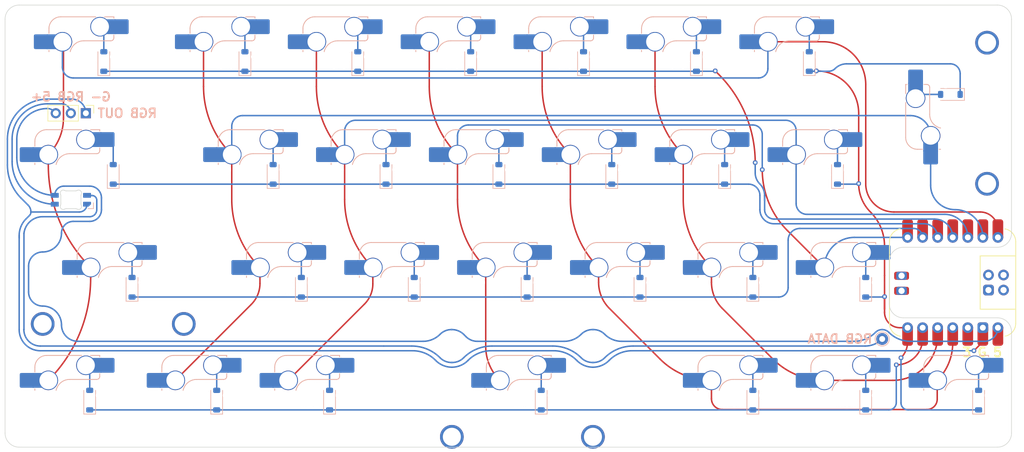
<source format=kicad_pcb>
(kicad_pcb (version 20221018) (generator pcbnew)
  (layers (0 "F.Cu" signal) (31 "B.Cu" signal) (34 "B.Paste" user) (35 "F.Paste" user) (36 "B.SilkS" user "B.Silkscreen") (37 "F.SilkS" user "F.Silkscreen") (38 "B.Mask" user) (39 "F.Mask" user) (44 "Edge.Cuts" user))
  (net 0 "")
  (net 1 "Net-(D1-A)")
  (net 2 "Net-(D2-A)")
  (net 3 "Net-(D3-A)")
  (net 4 "Net-(D4-A)")
  (net 5 "Net-(D5-A)")
  (net 6 "Net-(D6-A)")
  (net 7 "Net-(D7-A)")
  (net 8 "Net-(D8-A)")
  (net 9 "Net-(D9-A)")
  (net 10 "Net-(D10-A)")
  (net 11 "Net-(D11-A)")
  (net 12 "Net-(D12-A)")
  (net 13 "Net-(D13-A)")
  (net 14 "Net-(D14-A)")
  (net 15 "Net-(D15-A)")
  (net 16 "Net-(D16-A)")
  (net 17 "Net-(D17-A)")
  (net 18 "Net-(D18-A)")
  (net 19 "Net-(D19-A)")
  (net 20 "Net-(D20-A)")
  (net 21 "Net-(D21-A)")
  (net 22 "Net-(D22-A)")
  (net 23 "Net-(D23-A)")
  (net 24 "Net-(D24-A)")
  (net 25 "Net-(D25-A)")
  (net 26 "Net-(D26-A)")
  (net 27 "Net-(D27-A)")
  (net 28 "Net-(D28-A)")
  (net 29 "Net-(D29-A)")
  (net 30 "Net-(J1-Pin_1)")
  (net 31 "Net-(J1-Pin_2)")
  (net 32 "Net-(J1-Pin_3)")
  (net 33 "Net-(LED1-DIN)")
  (net 41 "ROW0")
  (net 42 "ROW1")
  (net 43 "ROW2")
  (net 44 "ROW3")
  (net 45 "ROW4")
  (net 46 "COL0")
  (net 47 "COL1")
  (net 48 "COL2")
  (net 49 "COL3")
  (net 50 "COL4")
  (net 51 "COL5")
  (footprint "PCM_marbastlib-mx:STAB_MX_P_ISO-ROT" (layer "F.Cu") (at 210.740625 61.11875)
    (fp_text reference "S3" hide)
    (fp_text value "MX_stab" hide)
  )
  (footprint "PCM_marbastlib-xp-promicroish:Xiao_rp2040_ACH" (layer "F.Cu") (at 211.93125 89.69375 -90)
    (fp_text reference "U1" hide)
    (fp_text value "Seeeduino Xiao rp2040" hide)
  )
  (footprint "PCM_marbastlib-mx:STAB_MX_P_2.75u" (layer "F.Cu") (at 139.303125 108.74375 180)
    (fp_text reference "S2" hide)
    (fp_text value "MX_stab" hide)
  )
  (footprint "Connector_PinHeader_2.54mm:PinHeader_1x03_P2.54mm_Vertical" (layer "F.Cu") (at 65.628126 61.11875 -90)
    (fp_text reference "J1" hide)
    (fp_text value "Conn_01x03" hide)
  )
  (footprint "PCM_marbastlib-mx:STAB_MX_P_2u" (layer "F.Cu") (at 70.246875 89.69375 180)
    (fp_text reference "S1" hide)
    (fp_text value "MX_stab" hide)
  )
  (footprint "Diode_SMD:D_SOD-123" (layer "B.Cu") (at 106.759375 109.5375 90)
    (fp_text reference "D21" hide)
    (fp_text value "D_Small" hide)
  )
  (footprint "Diode_SMD:D_SOD-123" (layer "B.Cu") (at 211.534375 57.94375 180)
    (fp_text reference "D26" hide)
    (fp_text value "D_Small" hide)
  )
  (footprint "PCM_marbastlib-mx:SW_MX_HS_1u" (layer "B.Cu") (at 184.546875 51.59375 180)
    (fp_text reference "MX25" hide)
    (fp_text value "MX_SW_HS" hide)
  )
  (footprint "PCM_marbastlib-mx:SW_MX_HS_1u" (layer "B.Cu") (at 151.209375 70.64375 180)
    (fp_text reference "MX11" hide)
    (fp_text value "MX_SW_HS" hide)
  )
  (footprint "Diode_SMD:D_SOD-123" (layer "B.Cu") (at 168.671875 52.3875 90)
    (fp_text reference "D6" hide)
    (fp_text value "D_Small" hide)
  )
  (footprint "TestPoint:TestPoint_THTPad_D2.0mm_Drill1.0mm" (layer "B.Cu") (at 200.025 99.21875 180)
    (fp_text reference "TP1" hide)
    (fp_text value "TestPoint" hide)
  )
  (footprint "PCM_marbastlib-mx:SW_MX_HS_1u" (layer "B.Cu") (at 132.159375 70.64375 180)
    (fp_text reference "MX10" hide)
    (fp_text value "MX_SW_HS" hide)
  )
  (footprint "Diode_SMD:D_SOD-123" (layer "B.Cu") (at 173.434375 71.4375 90)
    (fp_text reference "D12" hide)
    (fp_text value "D_Small" hide)
  )
  (footprint "PCM_marbastlib-mx:SW_MX_HS_1u" (layer "B.Cu") (at 194.071875 89.69375 180)
    (fp_text reference "MX28" hide)
    (fp_text value "MX_SW_HS" hide)
  )
  (footprint "Diode_SMD:D_SOD-123" (layer "B.Cu") (at 87.709375 109.5375 90)
    (fp_text reference "D20" hide)
    (fp_text value "D_Small" hide)
  )
  (footprint "Diode_SMD:D_SOD-123" (layer "B.Cu") (at 97.234375 71.4375 90)
    (fp_text reference "D8" hide)
    (fp_text value "D_Small" hide)
  )
  (footprint "Diode_SMD:D_SOD-123" (layer "B.Cu") (at 66.278125 109.5375 90)
    (fp_text reference "D19" hide)
    (fp_text value "D_Small" hide)
  )
  (footprint "PCM_marbastlib-mx:SW_MX_HS_1u" (layer "B.Cu") (at 194.071875 108.74375 180)
    (fp_text reference "MX24" hide)
    (fp_text value "MX_SW_HS" hide)
  )
  (footprint "PCM_marbastlib-mx:SW_MX_HS_1u" (layer "B.Cu") (at 136.921875 89.69375 180)
    (fp_text reference "MX16" hide)
    (fp_text value "MX_SW_HS" hide)
  )
  (footprint "PCM_marbastlib-mx:SW_MX_HS_1u" (layer "B.Cu") (at 127.396875 51.59375 180)
    (fp_text reference "MX4" hide)
    (fp_text value "MX_SW_HS" hide)
  )
  (footprint "Diode_SMD:D_SOD-123" (layer "B.Cu") (at 70.246875 71.4375 90)
    (fp_text reference "D7" hide)
    (fp_text value "D_Small" hide)
  )
  (footprint "Diode_SMD:D_SOD-123" (layer "B.Cu") (at 111.521875 52.3875 90)
    (fp_text reference "D3" hide)
    (fp_text value "D_Small" hide)
  )
  (footprint "PCM_marbastlib-mx:SW_MX_HS_1u" (layer "B.Cu") (at 175.021875 89.69375 180)
    (fp_text reference "MX18" hide)
    (fp_text value "MX_SW_HS" hide)
  )
  (footprint "Diode_SMD:D_SOD-123" (layer "B.Cu") (at 216.296875 109.5375 90)
    (fp_text reference "D29" hide)
    (fp_text value "D_Small" hide)
  )
  (footprint "PCM_marbastlib-mx:SW_MX_HS_1u" (layer "B.Cu") (at 117.871875 89.69375 180)
    (fp_text reference "MX15" hide)
    (fp_text value "MX_SW_HS" hide)
  )
  (footprint "Diode_SMD:D_SOD-123" (layer "B.Cu") (at 73.421875 90.4875 90)
    (fp_text reference "D13" hide)
    (fp_text value "D_Small" hide)
  )
  (footprint "Diode_SMD:D_SOD-123" (layer "B.Cu") (at 149.621875 52.3875 90)
    (fp_text reference "D5" hide)
    (fp_text value "D_Small" hide)
  )
  (footprint "PCM_marbastlib-mx:LED_MX_6028R" (layer "B.Cu") (at 63.103125 75.72375 180)
    (fp_text reference "LED1" hide)
    (fp_text value "SK6812MINI-E" hide)
    (fp_line (start -1.699999 0.702843) (end -1.699999 -0.702841) (stroke (width 0.1)) (layer "Edge.Cuts"))
    (fp_line (start -0.794452 -1.499999) (end 0.794452 -1.499999) (stroke (width 0.1)) (layer "Edge.Cuts"))
    (fp_line (start 0.794452 1.5) (end -0.794453 1.5) (stroke (width 0.1)) (layer "Edge.Cuts"))
    (fp_line (start 1.699999 -0.702841) (end 1.699999 0.702843) (stroke (width 0.1)) (layer "Edge.Cuts"))
    (fp_arc (start -1.749484 -0.919719) (mid -1.712527 -0.814067) (end -1.699999 -0.702841) (stroke (width 0.1)) (layer "Edge.Cuts"))
    (fp_arc (start -1.749484 -0.919718) (mid -1.638072 -1.504034) (end -1.046711 -1.568298) (stroke (width 0.1)) (layer "Edge.Cuts"))
    (fp_arc (start -1.699999 0.702844) (mid -1.712527 0.814069) (end -1.749484 0.919721) (stroke (width 0.1)) (layer "Edge.Cuts"))
    (fp_arc (start -1.046711 1.568299) (mid -1.63807 1.504035) (end -1.749484 0.919721) (stroke (width 0.1)) (layer "Edge.Cuts"))
    (fp_arc (start -1.046711 1.568299) (mid -0.925123 1.517377) (end -0.794453 1.5) (stroke (width 0.1)) (layer "Edge.Cuts"))
    (fp_arc (start -0.794452 -1.499999) (mid -0.925123 -1.517376) (end -1.046711 -1.568298) (stroke (width 0.1)) (layer "Edge.Cuts"))
    (fp_arc (start 0.794453 1.500001) (mid 0.925123 1.517378) (end 1.046711 1.5683) (stroke (width 0.1)) (layer "Edge.Cuts"))
    (fp_arc (start 1.04671 -1.568298) (mid 0.925122 -1.517376) (end 0.794452 -1.499999) (stroke (width 0.1)) (layer "Edge.Cuts"))
    (fp_arc (start 1.046711 -1.568296) (mid 1.63807 -1.504033) (end 1.749484 -0.919719) (stroke (width 0.1)) (layer "Edge.Cuts"))
    (fp_arc (start 1.699999 -0.702842) (mid 1.712536 -0.814064) (end 1.749484 -0.919719) (stroke (width 0.1)) (layer "Edge.Cuts"))
    (fp_arc (start 1.749484 0.919721) (mid 1.638072 1.504036) (end 1.046711 1.5683) (stroke (width 0.1)) (layer "Edge.Cuts"))
    (fp_arc (start 1.749484 0.919721) (mid 1.712526 0.814069) (end 1.699999 0.702843) (stroke (width 0.1)) (layer "Edge.Cuts"))
  )
  (footprint "Diode_SMD:D_SOD-123" (layer "B.Cu") (at 154.384375 71.4375 90)
    (fp_text reference "D11" hide)
    (fp_text value "D_Small" hide)
  )
  (footprint "Diode_SMD:D_SOD-123" (layer "B.Cu") (at 135.334375 71.4375 90)
    (fp_text reference "D10" hide)
    (fp_text value "D_Small" hide)
  )
  (footprint "PCM_marbastlib-mx:SW_MX_HS_1u" (layer "B.Cu") (at 98.821875 89.69375 180)
    (fp_text reference "MX14" hide)
    (fp_text value "MX_SW_HS" hide)
  )
  (footprint "PCM_marbastlib-mx:SW_MX_HS_1u" (layer "B.Cu") (at 84.534375 108.74375 180)
    (fp_text reference "MX20" hide)
    (fp_text value "MX_SW_HS" hide)
  )
  (footprint "Diode_SMD:D_SOD-123" (layer "B.Cu") (at 197.246875 109.5375 90)
    (fp_text reference "D24" hide)
    (fp_text value "D_Small" hide)
  )
  (footprint "PCM_marbastlib-mx:SW_MX_HS_1u" (layer "B.Cu") (at 165.496875 51.59375 180)
    (fp_text reference "MX6" hide)
    (fp_text value "MX_SW_HS" hide)
  )
  (footprint "PCM_marbastlib-mx:SW_MX_HS_1u" (layer "B.Cu") (at 146.446875 51.59375 180)
    (fp_text reference "MX5" hide)
    (fp_text value "MX_SW_HS" hide)
  )
  (footprint "PCM_marbastlib-mx:SW_MX_HS_1u" (layer "B.Cu") (at 189.309375 70.64375 180)
    (fp_text reference "MX27" hide)
    (fp_text value "MX_SW_HS" hide)
  )
  (footprint "PCM_marbastlib-mx:SW_MX_HS_1.75u_STP_1.25" (layer "B.Cu") (at 63.103125 70.64375 180)
    (fp_text reference "MX7" hide)
    (fp_text value "MX_SW_HS" hide)
  )
  (footprint "Diode_SMD:D_SOD-123" (layer "B.Cu") (at 116.284375 71.4375 90)
    (fp_text reference "D9" hide)
    (fp_text value "D_Small" hide)
  )
  (footprint "Diode_SMD:D_SOD-123" (layer "B.Cu") (at 92.471875 52.3875 90)
    (fp_text reference "D2" hide)
    (fp_text value "D_Small" hide)
  )
  (footprint "Diode_SMD:D_SOD-123" (layer "B.Cu") (at 68.659375 52.3875 90)
    (fp_text reference "D1" hide)
    (fp_text value "D_Small" hide)
  )
  (footprint "PCM_marbastlib-mx:SW_MX_HS_1u" (layer "B.Cu") (at 103.584375 108.74375 180)
    (fp_text reference "MX21" hide)
    (fp_text value "MX_SW_HS" hide)
  )
  (footprint "Diode_SMD:D_SOD-123" (layer "B.Cu") (at 192.484375 71.4375 90)
    (fp_text reference "D27" hide)
    (fp_text value "D_Small" hide)
  )
  (footprint "PCM_marbastlib-mx:SW_MX_HS_1.5u" (layer "B.Cu") (at 65.484375 51.59375 180)
    (fp_text reference "MX1" hide)
    (fp_text value "MX_SW_HS" hide)
  )
  (footprint "Diode_SMD:D_SOD-123" (layer "B.Cu") (at 121.046875 90.4875 90)
    (fp_text reference "D15" hide)
    (fp_text value "D_Small" hide)
  )
  (footprint "Diode_SMD:D_SOD-123" (layer "B.Cu") (at 197.246875 90.4875 90)
    (fp_text reference "D28" hide)
    (fp_text value "D_Small" hide)
  )
  (footprint "Diode_SMD:D_SOD-123" (layer "B.Cu") (at 187.721875 52.3875 90)
    (fp_text reference "D25" hide)
    (fp_text value "D_Small" hide)
  )
  (footprint "Diode_SMD:D_SOD-123" (layer "B.Cu") (at 140.096875 90.4875 90)
    (fp_text reference "D16" hide)
    (fp_text value "D_Small" hide)
  )
  (footprint "Diode_SMD:D_SOD-123" (layer "B.Cu") (at 178.196875 109.5375 90)
    (fp_text reference "D23" hide)
    (fp_text value "D_Small" hide)
  )
  (footprint "PCM_marbastlib-mx:SW_MX_HS_1u" (layer "B.Cu") (at 108.346875 51.59375 180)
    (fp_text reference "MX3" hide)
    (fp_text value "MX_SW_HS" hide)
  )
  (footprint "Diode_SMD:D_SOD-123" (layer "B.Cu") (at 159.146875 90.4875 90)
    (fp_text reference "D17" hide)
    (fp_text value "D_Small" hide)
  )
  (footprint "Diode_SMD:D_SOD-123" (layer "B.Cu") (at 130.571875 52.3875 90)
    (fp_text reference "D4" hide)
    (fp_text value "D_Small" hide)
  )
  (footprint "Diode_SMD:D_SOD-123" (layer "B.Cu") (at 142.478125 109.5375 90)
    (fp_text reference "D22" hide)
    (fp_text value "D_Small" hide)
  )
  (footprint "PCM_marbastlib-mx:SW_MX_HS_1u" (layer "B.Cu") (at 213.121875 108.74375 180)
    (fp_text reference "MX29" hide)
    (fp_text value "MX_SW_HS" hide)
  )
  (footprint "PCM_marbastlib-mx:SW_MX_HS_1u" (layer "B.Cu") (at 139.303125 108.74375 180)
    (fp_text reference "MX22" hide)
    (fp_text value "MX_SW_HS" hide)
  )
  (footprint "PCM_marbastlib-mx:SW_MX_HS_1u" (layer "B.Cu") (at 70.246875 89.69375 180)
    (fp_text reference "MX13" hide)
    (fp_text value "MX_SW_HS" hide)
  )
  (footprint "PCM_marbastlib-mx:SW_MX_HS_1u" (layer "B.Cu") (at 89.296875 51.59375 180)
    (fp_text reference "MX2" hide)
    (fp_text value "MX_SW_HS" hide)
  )
  (footprint "Diode_SMD:D_SOD-123" (layer "B.Cu") (at 101.996875 90.4875 90)
    (fp_text reference "D14" hide)
    (fp_text value "D_Small" hide)
  )
  (footprint "PCM_marbastlib-mx:SW_MX_HS_1u" (layer "B.Cu") (at 210.740625 61.11875 -90)
    (fp_text reference "MX26" hide)
    (fp_text value "MX_SW_HS" hide)
  )
  (footprint "PCM_marbastlib-mx:SW_MX_HS_1u" (layer "B.Cu") (at 175.021875 108.74375 180)
    (fp_text reference "MX23" hide)
    (fp_text value "MX_SW_HS" hide)
  )
  (footprint "PCM_marbastlib-mx:SW_MX_HS_1u" (layer "B.Cu") (at 155.971875 89.69375 180)
    (fp_text reference "MX17" hide)
    (fp_text value "MX_SW_HS" hide)
  )
  (footprint "Diode_SMD:D_SOD-123" (layer "B.Cu") (at 178.196875 90.4875 90)
    (fp_text reference "D18" hide)
    (fp_text value "D_Small" hide)
  )
  (footprint "PCM_marbastlib-mx:SW_MX_HS_1u" (layer "B.Cu") (at 94.059375 70.64375 180)
    (fp_text reference "MX8" hide)
    (fp_text value "MX_SW_HS" hide)
  )
  (footprint "PCM_marbastlib-mx:SW_MX_HS_1u" (layer "B.Cu") (at 170.259375 70.64375 180)
    (fp_text reference "MX12" hide)
    (fp_text value "MX_SW_HS" hide)
  )
  (footprint "PCM_marbastlib-mx:SW_MX_HS_1.25u" (layer "B.Cu") (at 63.103125 108.74375 180)
    (fp_text reference "MX19" hide)
    (fp_text value "MX_SW_HS" hide)
  )
  (footprint "PCM_marbastlib-mx:SW_MX_HS_1u" (layer "B.Cu") (at 113.109375 70.64375 180)
    (fp_text reference "MX9" hide)
    (fp_text value "MX_SW_HS" hide)
  )
  (gr_line (start 203.596875 95.646875) (end 219.471875 95.646875) (stroke (width 0.1)) (layer "Edge.Cuts"))
  (gr_line (start 203.596875 83.740625) (end 219.471875 83.740625) (stroke (width 0.1)) (layer "Edge.Cuts"))
  (gr_line (start 51.990625 45.24375) (end 51.990625 115.09375) (stroke (width 0.1)) (layer "Edge.Cuts"))
  (gr_line (start 221.853125 81.359375) (end 221.853125 45.24375) (stroke (width 0.1)) (layer "Edge.Cuts"))
  (gr_arc (start 221.853125 115.09375) (mid 221.155673 116.777548) (end 219.471875 117.475) (stroke (width 0.1)) (layer "Edge.Cuts"))
  (gr_arc (start 219.471875 95.646875) (mid 221.155673 96.344327) (end 221.853125 98.028125) (stroke (width 0.1)) (layer "Edge.Cuts"))
  (gr_arc (start 219.471875 42.8625) (mid 221.155673 43.559952) (end 221.853125 45.24375) (stroke (width 0.1)) (layer "Edge.Cuts"))
  (gr_arc (start 54.371875 117.475) (mid 52.688077 116.777548) (end 51.990625 115.09375) (stroke (width 0.1)) (layer "Edge.Cuts"))
  (gr_line (start 219.471875 42.8625) (end 54.371875 42.8625) (stroke (width 0.1)) (layer "Edge.Cuts"))
  (gr_arc (start 221.853125 81.359375) (mid 221.155673 83.043173) (end 219.471875 83.740625) (stroke (width 0.1)) (layer "Edge.Cuts"))
  (gr_line (start 201.215625 86.121875) (end 201.215625 93.265625) (stroke (width 0.1)) (layer "Edge.Cuts"))
  (gr_line (start 221.853125 115.09375) (end 221.853125 98.028125) (stroke (width 0.1)) (layer "Edge.Cuts"))
  (gr_arc (start 51.990625 45.24375) (mid 52.688077 43.559952) (end 54.371875 42.8625) (stroke (width 0.1)) (layer "Edge.Cuts"))
  (gr_arc (start 201.215625 86.121875) (mid 201.913077 84.438077) (end 203.596875 83.740625) (stroke (width 0.1)) (layer "Edge.Cuts"))
  (gr_arc (start 203.596875 95.646875) (mid 201.913077 94.949423) (end 201.215625 93.265625) (stroke (width 0.1)) (layer "Edge.Cuts"))
  (gr_line (start 54.371875 117.475) (end 219.471875 117.475) (stroke (width 0.1)) (layer "Edge.Cuts"))
  (gr_text "G- RGB 5+" (at 63.103125 58.340625) (layer "B.SilkS") (effects (font (size 1.5 1.5) (thickness 0.3) bold) (justify mirror)))
  (gr_text "RGB OUT" (at 72.628125 61.11875) (layer "B.SilkS") (effects (font (size 1.5 1.5) (thickness 0.3) bold) (justify mirror)))
  (gr_text "RGB DATA" (at 192.88125 99.21875) (layer "B.SilkS") (effects (font (size 1.5 1.5) (thickness 0.3) bold) (justify mirror)))
  (gr_text "3 G 5" (at 216.893076 101.466522) (layer "F.SilkS") (effects (font (size 1.5 1.5) (thickness 0.3) bold)))
  (segment (start 68.659375 47.14875) (end 68.024375 46.51375) (width 0.25) (layer "B.Cu") (net 1))
  (segment (start 68.659375 50.7375) (end 68.659375 47.14875) (width 0.25) (layer "B.Cu") (net 1))
  (segment (start 92.471875 47.14875) (end 91.836875 46.51375) (width 0.25) (layer "B.Cu") (net 2))
  (segment (start 92.471875 50.7375) (end 92.471875 47.14875) (width 0.25) (layer "B.Cu") (net 2))
  (segment (start 111.521875 50.7375) (end 111.521875 47.14875) (width 0.25) (layer "B.Cu") (net 3))
  (segment (start 111.521875 47.14875) (end 110.886875 46.51375) (width 0.25) (layer "B.Cu") (net 3))
  (segment (start 130.571875 50.7375) (end 130.571875 47.14875) (width 0.25) (layer "B.Cu") (net 4))
  (segment (start 130.571875 47.14875) (end 129.936875 46.51375) (width 0.25) (layer "B.Cu") (net 4))
  (segment (start 149.621875 50.7375) (end 149.621875 47.14875) (width 0.25) (layer "B.Cu") (net 5))
  (segment (start 149.621875 47.14875) (end 148.986875 46.51375) (width 0.25) (layer "B.Cu") (net 5))
  (segment (start 168.671875 47.14875) (end 168.036875 46.51375) (width 0.25) (layer "B.Cu") (net 6))
  (segment (start 168.671875 50.7375) (end 168.671875 47.14875) (width 0.25) (layer "B.Cu") (net 6))
  (segment (start 70.246875 69.7875) (end 70.246875 66.6175) (width 0.25) (layer "B.Cu") (net 7))
  (segment (start 70.246875 66.6175) (end 69.193125 65.56375) (width 0.25) (layer "B.Cu") (net 7))
  (segment (start 97.234375 66.19875) (end 96.599375 65.56375) (width 0.25) (layer "B.Cu") (net 8))
  (segment (start 97.234375 69.7875) (end 97.234375 66.19875) (width 0.25) (layer "B.Cu") (net 8))
  (segment (start 116.284375 66.19875) (end 115.649375 65.56375) (width 0.25) (layer "B.Cu") (net 9))
  (segment (start 116.284375 69.7875) (end 116.284375 66.19875) (width 0.25) (layer "B.Cu") (net 9))
  (segment (start 135.334375 66.19875) (end 134.699375 65.56375) (width 0.25) (layer "B.Cu") (net 10))
  (segment (start 135.334375 69.7875) (end 135.334375 66.19875) (width 0.25) (layer "B.Cu") (net 10))
  (segment (start 154.384375 66.19875) (end 153.749375 65.56375) (width 0.25) (layer "B.Cu") (net 11))
  (segment (start 154.384375 69.7875) (end 154.384375 66.19875) (width 0.25) (layer "B.Cu") (net 11))
  (segment (start 173.434375 69.7875) (end 173.434375 66.19875) (width 0.25) (layer "B.Cu") (net 12))
  (segment (start 173.434375 66.19875) (end 172.799375 65.56375) (width 0.25) (layer "B.Cu") (net 12))
  (segment (start 73.421875 85.24875) (end 72.786875 84.61375) (width 0.25) (layer "B.Cu") (net 13))
  (segment (start 73.421875 88.8375) (end 73.421875 85.24875) (width 0.25) (layer "B.Cu") (net 13))
  (segment (start 101.996875 85.24875) (end 101.361875 84.61375) (width 0.25) (layer "B.Cu") (net 14))
  (segment (start 101.996875 88.8375) (end 101.996875 85.24875) (width 0.25) (layer "B.Cu") (net 14))
  (segment (start 121.046875 85.24875) (end 120.411875 84.61375) (width 0.25) (layer "B.Cu") (net 15))
  (segment (start 121.046875 88.8375) (end 121.046875 85.24875) (width 0.25) (layer "B.Cu") (net 15))
  (segment (start 140.096875 88.8375) (end 140.096875 85.24875) (width 0.25) (layer "B.Cu") (net 16))
  (segment (start 140.096875 85.24875) (end 139.461875 84.61375) (width 0.25) (layer "B.Cu") (net 16))
  (segment (start 159.146875 88.8375) (end 159.146875 85.24875) (width 0.25) (layer "B.Cu") (net 17))
  (segment (start 159.146875 85.24875) (end 158.511875 84.61375) (width 0.25) (layer "B.Cu") (net 17))
  (segment (start 178.196875 88.8375) (end 178.196875 85.24875) (width 0.25) (layer "B.Cu") (net 18))
  (segment (start 178.196875 85.24875) (end 177.561875 84.61375) (width 0.25) (layer "B.Cu") (net 18))
  (segment (start 66.278125 107.8875) (end 66.278125 104.29875) (width 0.25) (layer "B.Cu") (net 19))
  (segment (start 66.278125 104.29875) (end 65.643125 103.66375) (width 0.25) (layer "B.Cu") (net 19))
  (segment (start 87.709375 107.8875) (end 87.709375 104.29875) (width 0.25) (layer "B.Cu") (net 20))
  (segment (start 87.709375 104.29875) (end 87.074375 103.66375) (width 0.25) (layer "B.Cu") (net 20))
  (segment (start 106.759375 107.8875) (end 106.759375 104.29875) (width 0.25) (layer "B.Cu") (net 21))
  (segment (start 106.759375 104.29875) (end 106.124375 103.66375) (width 0.25) (layer "B.Cu") (net 21))
  (segment (start 142.478125 104.29875) (end 141.843125 103.66375) (width 0.25) (layer "B.Cu") (net 22))
  (segment (start 142.478125 107.8875) (end 142.478125 104.29875) (width 0.25) (layer "B.Cu") (net 22))
  (segment (start 178.196875 104.29875) (end 177.561875 103.66375) (width 0.25) (layer "B.Cu") (net 23))
  (segment (start 178.196875 107.8875) (end 178.196875 104.29875) (width 0.25) (layer "B.Cu") (net 23))
  (segment (start 197.246875 107.8875) (end 197.246875 104.29875) (width 0.25) (layer "B.Cu") (net 24))
  (segment (start 197.246875 104.29875) (end 196.611875 103.66375) (width 0.25) (layer "B.Cu") (net 24))
  (segment (start 187.721875 50.7375) (end 187.721875 47.14875) (width 0.25) (layer "B.Cu") (net 25))
  (segment (start 187.721875 47.14875) (end 187.086875 46.51375) (width 0.25) (layer "B.Cu") (net 25))
  (segment (start 209.884375 57.94375) (end 206.295625 57.94375) (width 0.25) (layer "B.Cu") (net 26))
  (segment (start 206.295625 57.94375) (end 205.660625 58.57875) (width 0.25) (layer "B.Cu") (net 26))
  (segment (start 192.484375 66.19875) (end 191.849375 65.56375) (width 0.25) (layer "B.Cu") (net 27))
  (segment (start 192.484375 69.7875) (end 192.484375 66.19875) (width 0.25) (layer "B.Cu") (net 27))
  (segment (start 197.246875 85.24875) (end 196.611875 84.61375) (width 0.25) (layer "B.Cu") (net 28))
  (segment (start 197.246875 88.8375) (end 197.246875 85.24875) (width 0.25) (layer "B.Cu") (net 28))
  (segment (start 216.296875 104.29875) (end 215.661875 103.66375) (width 0.25) (layer "B.Cu") (net 29))
  (segment (start 216.296875 107.8875) (end 216.296875 104.29875) (width 0.25) (layer "B.Cu") (net 29))
  (segment (start 215.503125 101.203125) (end 216.24669 100.45956) (width 0.25) (layer "F.Cu") (net 30))
  (via (at 215.503125 101.203125) (size 0.8) (drill 0.4) (layers "F.Cu" "B.Cu") (net 30))
  (arc (start 216.24669 100.45956) (mid 216.812547 99.612696) (end 217.01125 98.61375) (width 0.25) (layer "F.Cu") (net 30))
  (segment (start 56.115536 78.368635) (end 55.534273 78.949898) (width 0.25) (layer "B.Cu") (net 30))
  (segment (start 54.71234 75.46266) (end 55.874759 76.625079) (width 0.25) (layer "B.Cu") (net 30))
  (segment (start 52.3875 65.484375) (end 52.3875 69.85) (width 0.25) (layer "B.Cu") (net 30))
  (segment (start 124.686843 102.858718) (end 124.61875 102.790625) (width 0.25) (layer "B.Cu") (net 30))
  (segment (start 54.371875 81.75625) (end 54.371875 82.153125) (width 0.25) (layer "B.Cu") (net 30))
  (segment (start 130.175 102.790625) (end 130.106907 102.858718) (width 0.25) (layer "B.Cu") (net 30))
  (segment (start 63.246876 58.7375) (end 59.134375 58.7375) (width 0.25) (layer "B.Cu") (net 30))
  (segment (start 54.371875 97.63125) (end 54.371875 82.153125) (width 0.25) (layer "B.Cu") (net 30))
  (segment (start 153.9875 102.790625) (end 153.919407 102.858718) (width 0.25) (layer "B.Cu") (net 30))
  (segment (start 56.35625 77.7875) (end 64.514375 77.7875) (width 0.25) (layer "B.Cu") (net 30))
  (segment (start 144.598686 101.203125) (end 134.007564 101.203125) (width 0.25) (layer "B.Cu") (net 30))
  (segment (start 120.786186 101.203125) (end 57.94375 101.203125) (width 0.25) (layer "B.Cu") (net 30))
  (segment (start 215.503125 101.203125) (end 157.820064 101.203125) (width 0.25) (layer "B.Cu") (net 30))
  (segment (start 148.499343 102.858718) (end 148.43125 102.790625) (width 0.25) (layer "B.Cu") (net 30))
  (segment (start 54.371875 81.756175) (end 54.371875 82.153125) (width 0.25) (layer "B.Cu") (net 30))
  (arc (start 153.919407 102.858718) (mid 152.676034 103.689513) (end 151.209375 103.98125) (width 0.25) (layer "B.Cu") (net 30))
  (arc (start 52.3875 69.85) (mid 52.991706 72.887549) (end 54.71234 75.46266) (width 0.25) (layer "B.Cu") (net 30))
  (arc (start 148.43125 102.790625) (mid 146.672854 101.615703) (end 144.598686 101.203125) (width 0.25) (layer "B.Cu") (net 30))
  (arc (start 157.820064 101.203125) (mid 155.745894 101.615693) (end 153.9875 102.790625) (width 0.25) (layer "B.Cu") (net 30))
  (arc (start 59.134375 58.7375) (mid 54.363614 60.713614) (end 52.3875 65.484375) (width 0.25) (layer "B.Cu") (net 30))
  (arc (start 56.35625 77.7875) (mid 56.29369 78.102008) (end 56.115536 78.368635) (width 0.25) (layer "B.Cu") (net 30))
  (arc (start 55.534273 78.949898) (mid 54.673972 80.237429) (end 54.371875 81.756175) (width 0.25) (layer "B.Cu") (net 30))
  (arc (start 65.628126 61.11875) (mid 64.930674 59.434952) (end 63.246876 58.7375) (width 0.25) (layer "B.Cu") (net 30))
  (arc (start 124.61875 102.790625) (mid 122.860354 101.615703) (end 120.786186 101.203125) (width 0.25) (layer "B.Cu") (net 30))
  (arc (start 134.007564 101.203125) (mid 131.933395 101.615703) (end 130.175 102.790625) (width 0.25) (layer "B.Cu") (net 30))
  (arc (start 64.514375 77.7875) (mid 65.443337 77.402712) (end 65.828125 76.47375) (width 0.25) (layer "B.Cu") (net 30))
  (arc (start 151.209375 103.98125) (mid 149.742716 103.689514) (end 148.499343 102.858718) (width 0.25) (layer "B.Cu") (net 30))
  (arc (start 57.94375 101.203125) (mid 55.418053 100.156947) (end 54.371875 97.63125) (width 0.25) (layer "B.Cu") (net 30))
  (arc (start 130.106907 102.858718) (mid 128.863534 103.689513) (end 127.396875 103.98125) (width 0.25) (layer "B.Cu") (net 30))
  (arc (start 55.874759 76.625079) (mid 56.231114 77.158402) (end 56.35625 77.7875) (width 0.25) (layer "B.Cu") (net 30))
  (arc (start 127.396875 103.98125) (mid 125.930216 103.689514) (end 124.686843 102.858718) (width 0.25) (layer "B.Cu") (net 30))
  (segment (start 59.134375 59.53125) (end 61.500626 59.53125) (width 0.25) (layer "B.Cu") (net 31))
  (segment (start 53.18125 69.276875) (end 53.18125 65.484375) (width 0.25) (layer "B.Cu") (net 31))
  (arc (start 60.378125 76.47375) (mid 55.289166 74.365834) (end 53.18125 69.276875) (width 0.25) (layer "B.Cu") (net 31))
  (arc (start 61.500626 59.53125) (mid 62.623158 59.996218) (end 63.088126 61.11875) (width 0.25) (layer "B.Cu") (net 31))
  (arc (start 53.18125 65.484375) (mid 54.92488 61.27488) (end 59.134375 59.53125) (width 0.25) (layer "B.Cu") (net 31))
  (segment (start 156.068173 99.615625) (end 195.234384 99.615625) (width 0.25) (layer "B.Cu") (net 32))
  (segment (start 127.328782 97.63125) (end 127.396875 97.63125) (width 0.25) (layer "B.Cu") (net 32))
  (segment (start 53.975 68.570625) (end 53.975 65.484375) (width 0.25) (layer "B.Cu") (net 32))
  (segment (start 55.959375 86.915625) (end 55.959375 91.28125) (width 0.25) (layer "B.Cu") (net 32))
  (segment (start 151.141282 97.63125) (end 151.277468 97.63125) (width 0.25) (layer "B.Cu") (net 32))
  (segment (start 131.694407 99.615625) (end 146.350577 99.615625) (width 0.25) (layer "B.Cu") (net 32))
  (segment (start 68.2625 75.40625) (end 68.2625 77.390625) (width 0.25) (layer "B.Cu") (net 32))
  (segment (start 66.278125 79.375) (end 63.5 79.375) (width 0.25) (layer "B.Cu") (net 32))
  (segment (start 198.902494 98.096244) (end 198.902531 98.096207) (width 0.25) (layer "B.Cu") (net 32))
  (segment (start 204.7875 99.615625) (end 217.249375 99.615625) (width 0.25) (layer "B.Cu") (net 32))
  (segment (start 60.548126 61.11875) (end 60.192783 60.763407) (width 0.25) (layer "B.Cu") (net 32))
  (segment (start 201.147542 98.096208) (end 201.16751 98.116176) (width 0.25) (layer "B.Cu") (net 32))
  (segment (start 64.29375 99.615625) (end 122.538077 99.615625) (width 0.25) (layer "B.Cu") (net 32))
  (segment (start 61.93 73.421875) (end 66.278125 73.421875) (width 0.25) (layer "B.Cu") (net 32))
  (segment (start 129.429399 98.473149) (end 129.778125 98.821875) (width 0.25) (layer "B.Cu") (net 32))
  (arc (start 60.378125 74.97375) (mid 55.850432 73.098318) (end 53.975 68.570625) (width 0.25) (layer "B.Cu") (net 32))
  (arc (start 125.4125 98.425) (mid 126.291697 97.837539) (end 127.328782 97.63125) (width 0.25) (layer "B.Cu") (net 32))
  (arc (start 66.278125 73.421875) (mid 67.68129 74.003085) (end 68.2625 75.40625) (width 0.25) (layer "B.Cu") (net 32))
  (arc (start 58.340625 84.534375) (mid 56.656827 85.231827) (end 55.959375 86.915625) (width 0.25) (layer "B.Cu") (net 32))
  (arc (start 58.340625 93.6625) (mid 60.585689 94.592436) (end 61.515625 96.8375) (width 0.25) (layer "B.Cu") (net 32))
  (arc (start 60.192783 60.763407) (mid 59.707182 60.438938) (end 59.134375 60.325) (width 0.25) (layer "B.Cu") (net 32))
  (arc (start 122.538077 99.615625) (mid 124.093704 99.306192) (end 125.4125 98.425) (width 0.25) (layer "B.Cu") (net 32))
  (arc (start 61.515625 81.359375) (mid 60.585689 83.604439) (end 58.340625 84.534375) (width 0.25) (layer "B.Cu") (net 32))
  (arc (start 68.2625 77.390625) (mid 67.68129 78.79379) (end 66.278125 79.375) (width 0.25) (layer "B.Cu") (net 32))
  (arc (start 153.19375 98.425) (mid 154.512546 99.306192) (end 156.068173 99.615625) (width 0.25) (layer "B.Cu") (net 32))
  (arc (start 217.249375 99.615625) (mid 218.877046 98.941421) (end 219.55125 97.31375) (width 0.25) (layer "B.Cu") (net 32))
  (arc (start 146.350577 99.615625) (mid 147.906204 99.306192) (end 149.225 98.425) (width 0.25) (layer "B.Cu") (net 32))
  (arc (start 55.959375 91.28125) (mid 56.656827 92.965048) (end 58.340625 93.6625) (width 0.25) (layer "B.Cu") (net 32))
  (arc (start 200.025035 97.63125) (mid 200.632532 97.752089) (end 201.147542 98.096208) (width 0.25) (layer "B.Cu") (net 32))
  (arc (start 60.378125 74.97375) (mid 60.832659 73.876409) (end 61.93 73.421875) (width 0.25) (layer "B.Cu") (net 32))
  (arc (start 53.975 65.484375) (mid 55.486146 61.836146) (end 59.134375 60.325) (width 0.25) (layer "B.Cu") (net 32))
  (arc (start 63.5 79.375) (mid 62.096835 79.95621) (end 61.515625 81.359375) (width 0.25) (layer "B.Cu") (net 32))
  (arc (start 61.515625 96.8375) (mid 62.329319 98.801931) (end 64.29375 99.615625) (width 0.25) (layer "B.Cu") (net 32))
  (arc (start 129.778125 98.821875) (mid 130.657322 99.409336) (end 131.694407 99.615625) (width 0.25) (layer "B.Cu") (net 32))
  (arc (start 201.16751 98.116176) (mid 202.828376 99.225931) (end 204.7875 99.615625) (width 0.25) (layer "B.Cu") (net 32))
  (arc (start 151.277468 97.63125) (mid 152.314552 97.837539) (end 153.19375 98.425) (width 0.25) (layer "B.Cu") (net 32))
  (arc (start 149.225 98.425) (mid 150.104197 97.837539) (end 151.141282 97.63125) (width 0.25) (layer "B.Cu") (net 32))
  (arc (start 198.902531 98.096207) (mid 199.41754 97.752089) (end 200.025035 97.63125) (width 0.25) (layer "B.Cu") (net 32))
  (arc (start 127.396875 97.63125) (mid 128.496869 97.850052) (end 129.429399 98.473149) (width 0.25) (layer "B.Cu") (net 32))
  (arc (start 195.234384 99.615625) (mid 197.219551 99.220752) (end 198.902494 98.096244) (width 0.25) (layer "B.Cu") (net 32))
  (segment (start 58.340625 78.58125) (end 66.278125 78.58125) (width 0.25) (layer "B.Cu") (net 33))
  (segment (start 134.171955 100.409375) (end 144.434295 100.409375) (width 0.25) (layer "B.Cu") (net 33))
  (segment (start 67.46875 77.390625) (end 67.46875 75.803125) (width 0.25) (layer "B.Cu") (net 33))
  (segment (start 66.675 75.009375) (end 65.914131 75.009375) (width 0.25) (layer "B.Cu") (net 33))
  (segment (start 151.141282 103.1875) (end 151.277468 103.1875) (width 0.25) (layer "B.Cu") (net 33))
  (segment (start 55.179803 97.617072) (end 55.179803 81.40655) (width 0.25) (layer "B.Cu") (net 33))
  (segment (start 115.8875 100.409375) (end 57.94375 100.409375) (width 0.25) (layer "B.Cu") (net 33))
  (segment (start 127.328782 103.1875) (end 127.464968 103.1875) (width 0.25) (layer "B.Cu") (net 33))
  (segment (start 115.8875 100.409375) (end 120.621795 100.409375) (width 0.25) (layer "B.Cu") (net 33))
  (segment (start 157.984455 100.409375) (end 197.150577 100.409375) (width 0.25) (layer "B.Cu") (net 33))
  (segment (start 55.165625 97.63125) (end 55.179803 97.617072) (width 0.25) (layer "B.Cu") (net 33))
  (arc (start 57.94375 100.409375) (mid 55.979319 99.595681) (end 55.165625 97.63125) (width 0.25) (layer "B.Cu") (net 33))
  (arc (start 66.278125 78.58125) (mid 67.120024 78.232524) (end 67.46875 77.390625) (width 0.25) (layer "B.Cu") (net 33))
  (arc (start 120.621795 100.409375) (mid 123.214507 100.925097) (end 125.4125 102.39375) (width 0.25) (layer "B.Cu") (net 33))
  (arc (start 153.19375 102.39375) (mid 155.391744 100.925098) (end 157.984455 100.409375) (width 0.25) (layer "B.Cu") (net 33))
  (arc (start 151.277468 103.1875) (mid 152.314553 102.981211) (end 153.19375 102.39375) (width 0.25) (layer "B.Cu") (net 33))
  (arc (start 65.914131 75.009375) (mid 65.867584 75.000116) (end 65.828125 74.97375) (width 0.25) (layer "B.Cu") (net 33))
  (arc (start 55.179803 81.40655) (mid 56.220518 79.389415) (end 58.340625 78.58125) (width 0.25) (layer "B.Cu") (net 33))
  (arc (start 197.150577 100.409375) (mid 198.706204 100.099942) (end 200.025 99.21875) (width 0.25) (layer "B.Cu") (net 33))
  (arc (start 127.464968 103.1875) (mid 128.502053 102.981211) (end 129.38125 102.39375) (width 0.25) (layer "B.Cu") (net 33))
  (arc (start 125.4125 102.39375) (mid 126.291698 102.981211) (end 127.328782 103.1875) (width 0.25) (layer "B.Cu") (net 33))
  (arc (start 144.434295 100.409375) (mid 147.027005 100.925097) (end 149.225 102.39375) (width 0.25) (layer "B.Cu") (net 33))
  (arc (start 129.38125 102.39375) (mid 131.579244 100.925098) (end 134.171955 100.409375) (width 0.25) (layer "B.Cu") (net 33))
  (arc (start 67.46875 75.803125) (mid 67.236266 75.241859) (end 66.675 75.009375) (width 0.25) (layer "B.Cu") (net 33))
  (arc (start 149.225 102.39375) (mid 150.104198 102.981211) (end 151.141282 103.1875) (width 0.25) (layer "B.Cu") (net 33))
  (segment (start 172.419824 54.547949) (end 171.846875 53.975) (width 0.25) (layer "F.Cu") (net 41))
  (via (at 178.59375 69.453125) (size 0.8) (drill 0.4) (layers "F.Cu" "B.Cu") (net 41))
  (via (at 171.846875 53.975) (size 0.8) (drill 0.4) (layers "F.Cu" "B.Cu") (net 41))
  (arc (start 178.59375 69.453125) (mid 176.989199 61.386502) (end 172.419824 54.547949) (width 0.25) (layer "F.Cu") (net 41))
  (segment (start 171.695987 54.0375) (end 168.671875 54.0375) (width 0.25) (layer "B.Cu") (net 41))
  (segment (start 178.59375 71.176835) (end 178.59375 69.453125) (width 0.25) (layer "B.Cu") (net 41))
  (segment (start 206.771875 78.978125) (end 181.76875 78.978125) (width 0.25) (layer "B.Cu") (net 41))
  (segment (start 180.18125 77.390625) (end 180.18125 75.803125) (width 0.25) (layer "B.Cu") (net 41))
  (segment (start 208.835625 78.978125) (end 206.771875 78.978125) (width 0.25) (layer "B.Cu") (net 41))
  (segment (start 180.18125 75.803125) (end 180.18125 75.009398) (width 0.25) (layer "B.Cu") (net 41))
  (segment (start 68.659375 54.0375) (end 168.671875 54.0375) (width 0.25) (layer "B.Cu") (net 41))
  (segment (start 180.18125 75.803125) (end 180.18125 75.009375) (width 0.25) (layer "B.Cu") (net 41))
  (arc (start 179.367549 73.044951) (mid 178.794854 72.187852) (end 178.59375 71.176835) (width 0.25) (layer "B.Cu") (net 41))
  (arc (start 211.93125 82.07375) (mid 211.024562 79.884813) (end 208.835625 78.978125) (width 0.25) (layer "B.Cu") (net 41))
  (arc (start 171.846875 53.975) (mid 171.777647 54.021257) (end 171.695987 54.0375) (width 0.25) (layer "B.Cu") (net 41))
  (arc (start 180.18125 75.009398) (mid 179.969776 73.946247) (end 179.367549 73.044951) (width 0.25) (layer "B.Cu") (net 41))
  (arc (start 181.76875 78.978125) (mid 180.646218 78.513157) (end 180.18125 77.390625) (width 0.25) (layer "B.Cu") (net 41))
  (segment (start 207.089375 79.771875) (end 181.76875 79.771875) (width 0.25) (layer "B.Cu") (net 42))
  (segment (start 70.246875 73.0875) (end 173.434375 73.0875) (width 0.25) (layer "B.Cu") (net 42))
  (segment (start 179.3875 77.390625) (end 179.3875 75.009375) (width 0.25) (layer "B.Cu") (net 42))
  (segment (start 173.434375 73.0875) (end 177.465625 73.0875) (width 0.25) (layer "B.Cu") (net 42))
  (arc (start 177.465625 73.0875) (mid 178.824596 73.650404) (end 179.3875 75.009375) (width 0.25) (layer "B.Cu") (net 42))
  (arc (start 209.39125 82.07375) (mid 208.717046 80.446079) (end 207.089375 79.771875) (width 0.25) (layer "B.Cu") (net 42))
  (arc (start 181.76875 79.771875) (mid 180.084952 79.074423) (end 179.3875 77.390625) (width 0.25) (layer "B.Cu") (net 42))
  (segment (start 73.421875 92.1375) (end 178.196875 92.1375) (width 0.25) (layer "B.Cu") (net 43))
  (segment (start 186.134375 80.565625) (end 205.343125 80.565625) (width 0.25) (layer "B.Cu") (net 43))
  (segment (start 178.196875 92.1375) (end 182.5625 92.1375) (width 0.25) (layer "B.Cu") (net 43))
  (segment (start 184.15 90.55) (end 184.15 82.55) (width 0.25) (layer "B.Cu") (net 43))
  (arc (start 205.343125 80.565625) (mid 206.40953 81.007345) (end 206.85125 82.07375) (width 0.25) (layer "B.Cu") (net 43))
  (arc (start 184.15 82.55) (mid 184.73121 81.146835) (end 186.134375 80.565625) (width 0.25) (layer "B.Cu") (net 43))
  (arc (start 182.5625 92.1375) (mid 183.685032 91.672532) (end 184.15 90.55) (width 0.25) (layer "B.Cu") (net 43))
  (segment (start 206.85125 97.31375) (end 206.85125 99.139375) (width 0.25) (layer "F.Cu") (net 44))
  (via (at 202.40625 103.584375) (size 0.8) (drill 0.4) (layers "F.Cu" "B.Cu") (net 44))
  (arc (start 206.85125 99.139375) (mid 205.54934 102.282465) (end 202.40625 103.584375) (width 0.25) (layer "F.Cu") (net 44))
  (segment (start 66.278125 111.1875) (end 197.246875 111.1875) (width 0.25) (layer "B.Cu") (net 44))
  (segment (start 197.246875 111.1875) (end 201.153125 111.1875) (width 0.25) (layer "B.Cu") (net 44))
  (segment (start 202.40625 109.934375) (end 202.40625 103.584375) (width 0.25) (layer "B.Cu") (net 44))
  (arc (start 201.153125 111.1875) (mid 202.039218 110.820468) (end 202.40625 109.934375) (width 0.25) (layer "B.Cu") (net 44))
  (segment (start 200.421875 83.536346) (end 200.421875 88.503125) (width 0.25) (layer "F.Cu") (net 45))
  (segment (start 203.01125 97.31375) (end 204.31125 97.31375) (width 0.25) (layer "F.Cu") (net 45))
  (segment (start 200.421875 92.075) (end 200.421875 94.195561) (width 0.25) (layer "F.Cu") (net 45))
  (segment (start 204.31125 99.710956) (end 204.31125 98.61375) (width 0.25) (layer "F.Cu") (net 45))
  (segment (start 200.421875 94.724375) (end 200.421875 92.075) (width 0.25) (layer "F.Cu") (net 45))
  (segment (start 200.421875 88.503125) (end 200.421875 92.075) (width 0.25) (layer "F.Cu") (net 45))
  (segment (start 196.05625 72.996795) (end 196.05625 61.11875) (width 0.25) (layer "F.Cu") (net 45))
  (via (at 188.9125 53.975) (size 0.8) (drill 0.4) (layers "F.Cu" "B.Cu") (net 45))
  (via (at 200.421875 92.075) (size 0.8) (drill 0.4) (layers "F.Cu" "B.Cu") (net 45))
  (via (at 203.2 102.39375) (size 0.8) (drill 0.4) (layers "F.Cu" "B.Cu") (net 45))
  (via (at 196.05625 72.996795) (size 0.8) (drill 0.4) (layers "F.Cu" "B.Cu") (net 45))
  (arc (start 196.05625 72.996795) (mid 196.571972 75.589506) (end 198.040625 77.7875) (width 0.25) (layer "F.Cu") (net 45))
  (arc (start 196.05625 61.11875) (mid 193.963894 56.067356) (end 188.9125 53.975) (width 0.25) (layer "F.Cu") (net 45))
  (arc (start 200.421875 94.724375) (mid 201.180285 96.55534) (end 203.01125 97.31375) (width 0.25) (layer "F.Cu") (net 45))
  (arc (start 198.040625 77.7875) (mid 199.803008 80.425093) (end 200.421875 83.536346) (width 0.25) (layer "F.Cu") (net 45))
  (arc (start 203.2 102.39375) (mid 204.022446 101.162874) (end 204.31125 99.710956) (width 0.25) (layer "F.Cu") (net 45))
  (segment (start 203.2 104.378125) (end 203.2 102.39375) (width 0.25) (layer "B.Cu") (net 45))
  (segment (start 203.2 104.378125) (end 203.2 109.996875) (width 0.25) (layer "B.Cu") (net 45))
  (segment (start 200.270987 92.1375) (end 197.246875 92.1375) (width 0.25) (layer "B.Cu") (net 45))
  (segment (start 187.721875 54.0375) (end 188.761612 54.0375) (width 0.25) (layer "B.Cu") (net 45))
  (segment (start 213.184375 57.94375) (end 213.184375 54.434375) (width 0.25) (layer "B.Cu") (net 45))
  (segment (start 190.978471 54.0375) (end 187.721875 54.0375) (width 0.25) (layer "B.Cu") (net 45))
  (segment (start 192.484375 73.0875) (end 195.837269 73.0875) (width 0.25) (layer "B.Cu") (net 45))
  (segment (start 211.534375 52.784375) (end 194.003782 52.784375) (width 0.25) (layer "B.Cu") (net 45))
  (segment (start 204.390625 111.1875) (end 216.296875 111.1875) (width 0.25) (layer "B.Cu") (net 45))
  (arc (start 195.837269 73.0875) (mid 195.955781 73.063927) (end 196.05625 72.996795) (width 0.25) (layer "B.Cu") (net 45))
  (arc (start 203.2 109.996875) (mid 203.548726 110.838774) (end 204.390625 111.1875) (width 0.25) (layer "B.Cu") (net 45))
  (arc (start 194.003782 52.784375) (mid 192.966698 52.990664) (end 192.0875 53.578125) (width 0.25) (layer "B.Cu") (net 45))
  (arc (start 192.0875 53.578125) (mid 191.578674 53.918112) (end 190.978471 54.0375) (width 0.25) (layer "B.Cu") (net 45))
  (arc (start 200.421875 92.075) (mid 200.352647 92.121257) (end 200.270987 92.1375) (width 0.25) (layer "B.Cu") (net 45))
  (arc (start 188.761612 54.0375) (mid 188.843272 54.021257) (end 188.9125 53.975) (width 0.25) (layer "B.Cu") (net 45))
  (arc (start 213.184375 54.434375) (mid 212.701101 53.267649) (end 211.534375 52.784375) (width 0.25) (layer "B.Cu") (net 45))
  (segment (start 197.246875 73.025) (end 197.246875 67.071875) (width 0.25) (layer "F.Cu") (net 46))
  (segment (start 216.565 77.7875) (end 213.915625 77.7875) (width 0.25) (layer "F.Cu") (net 46))
  (segment (start 197.246875 67.071875) (end 197.246875 56.268544) (width 0.25) (layer "F.Cu") (net 46))
  (segment (start 59.293125 68.10375) (end 59.293125 69.907212) (width 0.25) (layer "F.Cu") (net 46))
  (segment (start 197.246875 67.071875) (end 197.246875 66.895801) (width 0.25) (layer "F.Cu") (net 46))
  (segment (start 66.436875 87.15375) (end 66.436875 88.957212) (width 0.25) (layer "F.Cu") (net 46))
  (segment (start 61.850138 61.930575) (end 61.850138 49.478079) (width 0.25) (layer "F.Cu") (net 46))
  (segment (start 180.736875 49.05375) (end 190.032081 49.05375) (width 0.25) (layer "F.Cu") (net 46))
  (segment (start 213.915625 77.7875) (end 202.009375 77.7875) (width 0.25) (layer "F.Cu") (net 46))
  (arc (start 66.436875 88.957212) (mid 64.580275 98.290971) (end 59.293125 106.20375) (width 0.25) (layer "F.Cu") (net 46))
  (arc (start 59.293125 68.10375) (mid 61.185592 65.271474) (end 61.850138 61.930575) (width 0.25) (layer "F.Cu") (net 46))
  (arc (start 61.850138 49.478079) (mid 61.804459 49.248434) (end 61.674375 49.05375) (width 0.25) (layer "F.Cu") (net 46))
  (arc (start 197.246875 56.268544) (mid 195.133711 51.166914) (end 190.032081 49.05375) (width 0.25) (layer "F.Cu") (net 46))
  (arc (start 59.293125 69.907212) (mid 61.149725 79.240971) (end 66.436875 87.15375) (width 0.25) (layer "F.Cu") (net 46))
  (arc (start 202.009375 77.7875) (mid 198.641779 76.392596) (end 197.246875 73.025) (width 0.25) (layer "F.Cu") (net 46))
  (arc (start 219.55125 80.77375) (mid 218.676598 78.662152) (end 216.565 77.7875) (width 0.25) (layer "F.Cu") (net 46))
  (segment (start 179.149375 55.165625) (end 63.5 55.165625) (width 0.25) (layer "B.Cu") (net 46))
  (segment (start 61.674375 53.34) (end 61.674375 49.05375) (width 0.25) (layer "B.Cu") (net 46))
  (segment (start 180.736875 49.05375) (end 180.736875 53.578125) (width 0.25) (layer "B.Cu") (net 46))
  (arc (start 63.5 55.165625) (mid 62.209088 54.630912) (end 61.674375 53.34) (width 0.25) (layer "B.Cu") (net 46))
  (arc (start 180.736875 53.578125) (mid 180.271907 54.700657) (end 179.149375 55.165625) (width 0.25) (layer "B.Cu") (net 46))
  (segment (start 90.249375 68.10375) (end 90.249375 75.656058) (width 0.25) (layer "F.Cu") (net 47))
  (segment (start 85.486875 49.05375) (end 85.486875 56.606058) (width 0.25) (layer "F.Cu") (net 47))
  (segment (start 95.011875 87.15375) (end 95.011875 89.843555) (width 0.25) (layer "F.Cu") (net 47))
  (segment (start 80.724375 106.20375) (end 93.546258 93.381867) (width 0.25) (layer "F.Cu") (net 47))
  (arc (start 85.486875 56.606058) (mid 86.724608 62.828564) (end 90.249375 68.10375) (width 0.25) (layer "F.Cu") (net 47))
  (arc (start 90.249375 75.656058) (mid 91.487108 81.878564) (end 95.011875 87.15375) (width 0.25) (layer "F.Cu") (net 47))
  (arc (start 93.546258 93.381867) (mid 94.630974 91.758476) (end 95.011875 89.843555) (width 0.25) (layer "F.Cu") (net 47))
  (segment (start 208.200625 73.263125) (end 208.200625 64.92875) (width 0.25) (layer "B.Cu") (net 47))
  (segment (start 204.7875 61.515625) (end 92.075 61.515625) (width 0.25) (layer "B.Cu") (net 47))
  (segment (start 90.249375 63.34125) (end 90.249375 68.10375) (width 0.25) (layer "B.Cu") (net 47))
  (arc (start 217.01125 82.07375) (mid 215.639594 78.762281) (end 212.328125 77.390625) (width 0.25) (layer "B.Cu") (net 47))
  (arc (start 208.200625 64.92875) (mid 207.200944 62.515306) (end 204.7875 61.515625) (width 0.25) (layer "B.Cu") (net 47))
  (arc (start 212.328125 77.390625) (mid 209.409542 76.181708) (end 208.200625 73.263125) (width 0.25) (layer "B.Cu") (net 47))
  (arc (start 92.075 61.515625) (mid 90.784088 62.050338) (end 90.249375 63.34125) (width 0.25) (layer "B.Cu") (net 47))
  (segment (start 114.061875 87.15375) (end 114.061875 89.912616) (width 0.25) (layer "F.Cu") (net 48))
  (segment (start 109.299375 68.10375) (end 109.299375 75.656058) (width 0.25) (layer "F.Cu") (net 48))
  (segment (start 99.774375 106.20375) (end 112.645092 93.333033) (width 0.25) (layer "F.Cu") (net 48))
  (segment (start 104.536875 49.05375) (end 104.536875 56.606058) (width 0.25) (layer "F.Cu") (net 48))
  (arc (start 109.299375 75.656058) (mid 110.537108 81.878564) (end 114.061875 87.15375) (width 0.25) (layer "F.Cu") (net 48))
  (arc (start 104.536875 56.606058) (mid 105.774608 62.828564) (end 109.299375 68.10375) (width 0.25) (layer "F.Cu") (net 48))
  (arc (start 112.645092 93.333033) (mid 113.693665 91.763733) (end 114.061875 89.912616) (width 0.25) (layer "F.Cu") (net 48))
  (segment (start 185.499375 76.35875) (end 185.499375 68.10375) (width 0.25) (layer "B.Cu") (net 48))
  (segment (start 109.299375 64.135) (end 109.299375 68.10375) (width 0.25) (layer "B.Cu") (net 48))
  (segment (start 185.499375 68.10375) (end 185.499375 64.055625) (width 0.25) (layer "B.Cu") (net 48))
  (segment (start 183.753125 62.309375) (end 111.125 62.309375) (width 0.25) (layer "B.Cu") (net 48))
  (segment (start 210.581875 78.184375) (end 187.325 78.184375) (width 0.25) (layer "B.Cu") (net 48))
  (arc (start 187.325 78.184375) (mid 186.034088 77.649662) (end 185.499375 76.35875) (width 0.25) (layer "B.Cu") (net 48))
  (arc (start 185.499375 64.055625) (mid 184.98791 62.82084) (end 183.753125 62.309375) (width 0.25) (layer "B.Cu") (net 48))
  (arc (start 111.125 62.309375) (mid 109.834088 62.844088) (end 109.299375 64.135) (width 0.25) (layer "B.Cu") (net 48))
  (arc (start 214.47125 82.07375) (mid 213.332078 79.323547) (end 210.581875 78.184375) (width 0.25) (layer "B.Cu") (net 48))
  (segment (start 133.111875 87.15375) (end 133.111875 100.454904) (width 0.25) (layer "F.Cu") (net 49))
  (segment (start 184.049997 80.941871) (end 190.261875 87.15375) (width 0.25) (layer "F.Cu") (net 49))
  (segment (start 123.586875 49.05375) (end 123.586875 56.606058) (width 0.25) (layer "F.Cu") (net 49))
  (segment (start 128.349375 68.10375) (end 128.349375 75.656058) (width 0.25) (layer "F.Cu") (net 49))
  (via (at 179.784375 70.64375) (size 0.8) (drill 0.4) (layers "F.Cu" "B.Cu") (net 49))
  (arc (start 128.349375 75.656058) (mid 129.587108 81.878564) (end 133.111875 87.15375) (width 0.25) (layer "F.Cu") (net 49))
  (arc (start 123.586875 56.606058) (mid 124.824608 62.828564) (end 128.349375 68.10375) (width 0.25) (layer "F.Cu") (net 49))
  (arc (start 133.111875 100.454904) (mid 133.730742 103.566157) (end 135.493125 106.20375) (width 0.25) (layer "F.Cu") (net 49))
  (arc (start 179.784375 70.64375) (mid 180.892974 76.217053) (end 184.049997 80.941871) (width 0.25) (layer "F.Cu") (net 49))
  (segment (start 130.175 63.103125) (end 178.196875 63.103125) (width 0.25) (layer "B.Cu") (net 49))
  (segment (start 128.349375 68.10375) (end 128.349375 64.92875) (width 0.25) (layer "B.Cu") (net 49))
  (segment (start 179.784375 64.690625) (end 179.784375 70.64375) (width 0.25) (layer "B.Cu") (net 49))
  (segment (start 204.31125 82.07375) (end 195.341875 82.07375) (width 0.25) (layer "B.Cu") (net 49))
  (arc (start 128.349375 64.92875) (mid 128.884088 63.637838) (end 130.175 63.103125) (width 0.25) (layer "B.Cu") (net 49))
  (arc (start 195.341875 82.07375) (mid 191.749773 83.561648) (end 190.261875 87.15375) (width 0.25) (layer "B.Cu") (net 49))
  (arc (start 178.196875 63.103125) (mid 179.319407 63.568093) (end 179.784375 64.690625) (width 0.25) (layer "B.Cu") (net 49))
  (segment (start 153.9875 94.059375) (end 162.539772 102.611647) (width 0.25) (layer "F.Cu") (net 50))
  (segment (start 171.211875 106.20375) (end 171.211875 109.299375) (width 0.25) (layer "F.Cu") (net 50))
  (segment (start 142.636875 49.05375) (end 142.636875 56.606058) (width 0.25) (layer "F.Cu") (net 50))
  (segment (start 173.0375 111.125) (end 207.565625 111.125) (width 0.25) (layer "F.Cu") (net 50))
  (segment (start 209.311875 106.20375) (end 209.311875 109.37875) (width 0.25) (layer "F.Cu") (net 50))
  (segment (start 147.399375 68.10375) (end 147.399375 75.656058) (width 0.25) (layer "F.Cu") (net 50))
  (segment (start 152.161875 87.15375) (end 152.161875 89.651927) (width 0.25) (layer "F.Cu") (net 50))
  (segment (start 211.93125 98.61375) (end 211.93125 99.88002) (width 0.25) (layer "F.Cu") (net 50))
  (arc (start 162.539772 102.611647) (mid 166.518566 105.270193) (end 171.211875 106.20375) (width 0.25) (layer "F.Cu") (net 50))
  (arc (start 211.93125 99.88002) (mid 211.250497 103.302398) (end 209.311875 106.20375) (width 0.25) (layer "F.Cu") (net 50))
  (arc (start 147.399375 75.656058) (mid 148.637108 81.878564) (end 152.161875 87.15375) (width 0.25) (layer "F.Cu") (net 50))
  (arc (start 171.211875 109.299375) (mid 171.746588 110.590287) (end 173.0375 111.125) (width 0.25) (layer "F.Cu") (net 50))
  (arc (start 209.311875 109.37875) (mid 208.80041 110.613535) (end 207.565625 111.125) (width 0.25) (layer "F.Cu") (net 50))
  (arc (start 152.161875 89.651927) (mid 152.636339 92.03722) (end 153.9875 94.059375) (width 0.25) (layer "F.Cu") (net 50))
  (arc (start 142.636875 56.606058) (mid 143.874608 62.828564) (end 147.399375 68.10375) (width 0.25) (layer "F.Cu") (net 50))
  (segment (start 161.686875 49.05375) (end 161.686875 56.606058) (width 0.25) (layer "F.Cu") (net 51))
  (segment (start 201.80125 106.20375) (end 190.261875 106.20375) (width 0.25) (layer "F.Cu") (net 51))
  (segment (start 173.0375 94.059375) (end 181.589772 102.611647) (width 0.25) (layer "F.Cu") (net 51))
  (segment (start 171.211875 87.15375) (end 171.211875 89.651927) (width 0.25) (layer "F.Cu") (net 51))
  (segment (start 166.449375 68.10375) (end 166.449375 75.656058) (width 0.25) (layer "F.Cu") (net 51))
  (arc (start 171.211875 89.651927) (mid 171.686339 92.03722) (end 173.0375 94.059375) (width 0.25) (layer "F.Cu") (net 51))
  (arc (start 181.589772 102.611647) (mid 185.568566 105.270193) (end 190.261875 106.20375) (width 0.25) (layer "F.Cu") (net 51))
  (arc (start 166.449375 75.656058) (mid 167.687108 81.878564) (end 171.211875 87.15375) (width 0.25) (layer "F.Cu") (net 51))
  (arc (start 209.39125 98.61375) (mid 207.16819 103.98069) (end 201.80125 106.20375) (width 0.25) (layer "F.Cu") (net 51))
  (arc (start 161.686875 56.606058) (mid 162.924608 62.828564) (end 166.449375 68.10375) (width 0.25) (layer "F.Cu") (net 51))
)
</source>
